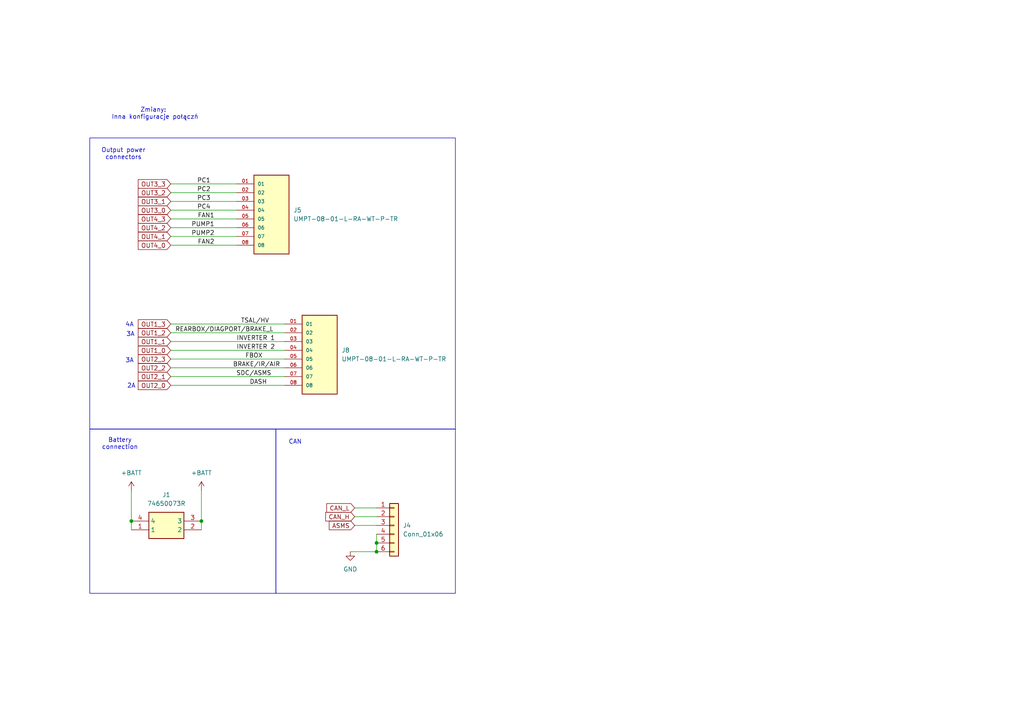
<source format=kicad_sch>
(kicad_sch (version 20231120) (generator "eeschema") (generator_version "8.0")
  (paper "A4")
  (lib_symbols
    (symbol "Connector_Generic:Conn_01x06" (pin_names (offset 1.016) hide)
      (property "Reference" "J" (at 0 7.62 0))
      (property "Value" "Conn_01x06" (at 0 -10.16 0))
      (symbol "Conn_01x06_1_1"
        (rectangle (start -1.27 -7.493) (end 0 -7.747) (stroke (width 0.1524)))
        (rectangle (start -1.27 -4.953) (end 0 -5.207) (stroke (width 0.1524)))
        (rectangle (start -1.27 -2.413) (end 0 -2.667) (stroke (width 0.1524)))
        (rectangle (start -1.27 0.127) (end 0 -0.127) (stroke (width 0.1524)))
        (rectangle (start -1.27 2.667) (end 0 2.413) (stroke (width 0.1524)))
        (rectangle (start -1.27 5.207) (end 0 4.953) (stroke (width 0.1524)))
        (rectangle (start -1.27 6.35) (end 1.27 -8.89) (stroke (width 0.254)) (fill (type background)))
        (pin passive line (at -5.08 5.08 0) (length 3.81) (name "Pin_1") (number "1"))
        (pin passive line (at -5.08 2.54 0) (length 3.81) (name "Pin_2") (number "2"))
        (pin passive line (at -5.08 0 0) (length 3.81) (name "Pin_3") (number "3"))
        (pin passive line (at -5.08 -2.54 0) (length 3.81) (name "Pin_4") (number "4"))
        (pin passive line (at -5.08 -5.08 0) (length 3.81) (name "Pin_5") (number "5"))
        (pin passive line (at -5.08 -7.62 0) (length 3.81) (name "Pin_6") (number "6"))
      )
    )
    (symbol "Redcube_conn:74650073R"
      (property "Reference" "J" (at 16.51 7.62 0))
      (property "Value" "74650073R" (at 16.51 5.08 0))
      (symbol "74650073R_1_1"
        (rectangle (start 5.08 2.54) (end 15.24 -5.08) (stroke (width 0.254)) (fill (type background)))
        (pin passive line (at 0 -2.54 0) (length 5.08) (name "1") (number "1"))
        (pin passive line (at 20.32 -2.54 180) (length 5.08) (name "2") (number "2"))
        (pin passive line (at 20.32 0 180) (length 5.08) (name "3") (number "3"))
        (pin passive line (at 0 0 0) (length 5.08) (name "4") (number "4"))
      )
    )
    (symbol "UMPT-08-01-L-RA-WT-P-TR:UMPT-08-01-L-RA-WT-P-TR" (pin_names (offset 1.016))
      (property "Reference" "J" (at -5.58 12.7 0))
      (property "Value" "UMPT-08-01-L-RA-WT-P-TR" (at -5.08 -12.7 0))
      (symbol "UMPT-08-01-L-RA-WT-P-TR_0_0"
        (rectangle (start -5.08 -10.16) (end 5.08 12.7) (stroke (width 0.254)) (fill (type background)))
        (pin passive line (at -10.16 10.16 0) (length 5.08) (name "01") (number "01"))
        (pin passive line (at -10.16 7.62 0) (length 5.08) (name "02") (number "02"))
        (pin passive line (at -10.16 5.08 0) (length 5.08) (name "03") (number "03"))
        (pin passive line (at -10.16 2.54 0) (length 5.08) (name "04") (number "04"))
        (pin passive line (at -10.16 0 0) (length 5.08) (name "05") (number "05"))
        (pin passive line (at -10.16 -2.54 0) (length 5.08) (name "06") (number "06"))
        (pin passive line (at -10.16 -5.08 0) (length 5.08) (name "07") (number "07"))
        (pin passive line (at -10.16 -7.62 0) (length 5.08) (name "08") (number "08"))
      )
    )
    (symbol "power:+BATT" (power) (pin_names (offset 0))
      (property "Value" "+BATT" (at 0 3.556 0))
      (symbol "+BATT_0_1"
        (polyline (pts (xy -0.762 1.27) (xy 0 2.54)))
        (polyline (pts (xy 0 0) (xy 0 2.54)))
        (polyline (pts (xy 0 2.54) (xy 0.762 1.27)))
      )
      (symbol "+BATT_1_1"
        (pin power_in line (at 0 0 90) (length 0) hide (name "+BATT") (number "1"))
      )
    )
    (symbol "power:GND" (power) (pin_names (offset 0))
      (property "Value" "GND" (at 0 -3.81 0))
      (symbol "GND_0_1"
        (polyline (pts (xy 0 0) (xy 0 -1.27) (xy 1.27 -1.27) (xy 0 -2.54) (xy -1.27 -1.27) (xy 0 -1.27)))
      )
      (symbol "GND_1_1"
        (pin power_in line (at 0 0 270) (length 0) hide (name "GND") (number "1"))
      )
    )
  )
  (junction (at 58.42 151.13))
  (junction (at 109.22 157.48))
  (junction (at 38.1 151.13))
  (junction (at 109.22 160.02))
  (wire (pts (xy 82.55 109.22) (xy 49.53 109.22)))
  (wire (pts (xy 38.1 151.13) (xy 38.1 153.67)))
  (wire (pts (xy 102.87 149.86) (xy 109.22 149.86)))
  (wire (pts (xy 102.87 147.32) (xy 109.22 147.32)))
  (wire (pts (xy 49.53 93.98) (xy 82.55 93.98)))
  (wire (pts (xy 68.58 71.12) (xy 49.53 71.12)))
  (wire (pts (xy 49.53 101.6) (xy 82.55 101.6)))
  (wire (pts (xy 38.1 142.24) (xy 38.1 151.13)))
  (wire (pts (xy 58.42 142.24) (xy 58.42 151.13)))
  (wire (pts (xy 109.22 154.94) (xy 109.22 157.48)))
  (wire (pts (xy 109.22 157.48) (xy 109.22 160.02)))
  (wire (pts (xy 82.55 104.14) (xy 49.53 104.14)))
  (wire (pts (xy 49.53 96.52) (xy 82.55 96.52)))
  (wire (pts (xy 58.42 151.13) (xy 58.42 153.67)))
  (wire (pts (xy 68.58 68.58) (xy 49.53 68.58)))
  (wire (pts (xy 49.53 60.96) (xy 68.58 60.96)))
  (wire (pts (xy 49.53 99.06) (xy 82.55 99.06)))
  (wire (pts (xy 102.87 152.4) (xy 109.22 152.4)))
  (wire (pts (xy 49.53 53.34) (xy 68.58 53.34)))
  (wire (pts (xy 68.58 66.04) (xy 49.53 66.04)))
  (wire (pts (xy 68.58 63.5) (xy 49.53 63.5)))
  (wire (pts (xy 82.55 106.68) (xy 49.53 106.68)))
  (wire (pts (xy 49.53 58.42) (xy 68.58 58.42)))
  (wire (pts (xy 49.53 55.88) (xy 68.58 55.88)))
  (wire (pts (xy 82.55 111.76) (xy 49.53 111.76)))
  (wire (pts (xy 101.6 160.02) (xy 109.22 160.02)))
  (rectangle (start 26.035 124.46) (end 80.01 172.085))
  (rectangle (start 80.01 124.46) (end 132.08 172.085))
  (rectangle (start 26.035 40.005) (end 132.08 124.46))
  (text "3A" (at 37.592 104.648 0) (effects (font (size 1.27 1.27))))
  (text "CAN " (at 86.106 128.27 0) (effects (font (size 1.27 1.27))))
  (text "Battery\nconnection" (at 34.798 128.778 0) (effects (font (size 1.27 1.27))))
  (text "3A\n" (at 37.846 97.028 0) (effects (font (size 1.27 1.27))))
  (text "4A" (at 37.592 94.234 0) (effects (font (size 1.27 1.27))))
  (text "Output power\nconnectors" (at 35.814 44.704 0) (effects (font (size 1.27 1.27))))
  (text "Zmiany: \nInna konfiguracje połączń" (at 44.958 33.02 0) (effects (font (size 1.27 1.27))))
  (text "2A" (at 38.1 112.014 0) (effects (font (size 1.27 1.27))))
  (label "SDC{slash}ASMS" (at 78.74 109.22 180))
  (label "TSAL{slash}HV" (at 69.85 93.98 0))
  (label "REARBOX{slash}DIAGPORT{slash}BRAKE_L" (at 50.8 96.52 0))
  (label "PC4" (at 57.15 60.96 0))
  (label "FAN1" (at 62.23 63.5 180))
  (label "PUMP2" (at 62.23 68.58 180))
  (label "PC1" (at 57.15 53.34 0))
  (label "FAN2" (at 62.23 71.12 180))
  (label "PC2" (at 57.15 55.88 0))
  (label "INVERTER 2" (at 68.58 101.6 0))
  (label "BRAKE{slash}IR{slash}AIR" (at 81.28 106.68 180))
  (label "DASH" (at 77.47 111.76 180))
  (label "PC3" (at 57.15 58.42 0))
  (label "FBOX" (at 76.2 104.14 180))
  (label "PUMP1" (at 62.23 66.04 180))
  (label "INVERTER 1" (at 68.58 99.06 0))
  (global_label "OUT1_1" (shape input) (at 49.53 99.06 180) (property "Intersheetrefs" "${INTERSHEET_REFS}" (effects (hide yes))))
  (global_label "CAN_L" (shape input) (at 102.87 147.32 180) (property "Intersheetrefs" "${INTERSHEET_REFS}" (effects (hide yes))))
  (global_label "ASMS" (shape input) (at 102.87 152.4 180) (property "Intersheetrefs" "${INTERSHEET_REFS}" (effects (hide yes))))
  (global_label "OUT3_0" (shape input) (at 49.53 60.96 180) (property "Intersheetrefs" "${INTERSHEET_REFS}" (effects (hide yes))))
  (global_label "OUT3_3" (shape input) (at 49.53 53.34 180) (property "Intersheetrefs" "${INTERSHEET_REFS}" (effects (hide yes))))
  (global_label "OUT1_3" (shape input) (at 49.53 93.98 180) (property "Intersheetrefs" "${INTERSHEET_REFS}" (effects (hide yes))))
  (global_label "CAN_H" (shape input) (at 102.87 149.86 180) (property "Intersheetrefs" "${INTERSHEET_REFS}" (effects (hide yes))))
  (global_label "OUT2_3" (shape input) (at 49.53 104.14 180) (property "Intersheetrefs" "${INTERSHEET_REFS}" (effects (hide yes))))
  (global_label "OUT3_2" (shape input) (at 49.53 55.88 180) (property "Intersheetrefs" "${INTERSHEET_REFS}" (effects (hide yes))))
  (global_label "OUT1_0" (shape input) (at 49.53 101.6 180) (property "Intersheetrefs" "${INTERSHEET_REFS}" (effects (hide yes))))
  (global_label "OUT4_2" (shape input) (at 49.53 66.04 180) (property "Intersheetrefs" "${INTERSHEET_REFS}" (effects (hide yes))))
  (global_label "OUT4_3" (shape input) (at 49.53 63.5 180) (property "Intersheetrefs" "${INTERSHEET_REFS}" (effects (hide yes))))
  (global_label "OUT4_0" (shape input) (at 49.53 71.12 180) (property "Intersheetrefs" "${INTERSHEET_REFS}" (effects (hide yes))))
  (global_label "OUT4_1" (shape input) (at 49.53 68.58 180) (property "Intersheetrefs" "${INTERSHEET_REFS}" (effects (hide yes))))
  (global_label "OUT2_0" (shape input) (at 49.53 111.76 180) (property "Intersheetrefs" "${INTERSHEET_REFS}" (effects (hide yes))))
  (global_label "OUT3_1" (shape input) (at 49.53 58.42 180) (property "Intersheetrefs" "${INTERSHEET_REFS}" (effects (hide yes))))
  (global_label "OUT1_2" (shape input) (at 49.53 96.52 180) (property "Intersheetrefs" "${INTERSHEET_REFS}" (effects (hide yes))))
  (global_label "OUT2_2" (shape input) (at 49.53 106.68 180) (property "Intersheetrefs" "${INTERSHEET_REFS}" (effects (hide yes))))
  (global_label "OUT2_1" (shape input) (at 49.53 109.22 180) (property "Intersheetrefs" "${INTERSHEET_REFS}" (effects (hide yes))))
  (symbol (lib_id "UMPT-08-01-L-RA-WT-P-TR:UMPT-08-01-L-RA-WT-P-TR") (at 92.71 104.14 0) (unit 1)
    (property "Reference" "J8" (at 99.06 101.5999 0) (effects (justify left)))
    (property "Value" "UMPT-08-01-L-RA-WT-P-TR" (at 99.06 104.1399 0) (effects (justify left)))
    (property "Footprint" "UMPT-08-01-L-RA-WT-P-TR:SAMTEC_UMPT-08-01-L-RA-WT-P-TR" (effects (hide yes)))
    (property "MANUFACTURER" "SAMTEC" (effects (hide yes)))
  )
  (symbol (lib_id "power:+BATT") (at 58.42 142.24 0) (unit 1)
    (property "Reference" "#PWR013" (effects (hide yes)))
    (property "Value" "+BATT" (at 58.42 137.16 0))
  )
  (symbol (lib_id "Redcube_conn:74650073R") (at 38.1 151.13 0) (unit 1)
    (property "Reference" "J1" (at 48.26 143.51 0))
    (property "Value" "74650073R" (at 48.26 146.05 0))
    (property "Footprint" "74650073R" (effects (hide yes)))
    (property "Datasheet" "https://componentsearchengine.com/Datasheets/1/74650073R.pdf" (effects (hide yes)))
    (property "Description" "Wurth Elektronik REDCUBE 4 Pin Power Element, 50A, M3, Vertical" (effects (hide yes)))
    (property "Height" "3" (effects (hide yes)))
    (property "Mouser Part Number" "710-74650073R" (effects (hide yes)))
    (property "Mouser Price/Stock" "https://www.mouser.co.uk/ProductDetail/Wurth-Elektronik/74650073R?qs=lBTPRtX1sU%252B0nZldejGWIA%3D%3D" (effects (hide yes)))
    (property "Manufacturer_Name" "Wurth Elektronik" (effects (hide yes)))
    (property "Manufacturer_Part_Number" "74650073R" (effects (hide yes)))
  )
  (symbol (lib_id "power:+BATT") (at 38.1 142.24 0) (unit 1)
    (property "Reference" "#PWR012" (effects (hide yes)))
    (property "Value" "+BATT" (at 38.1 137.16 0))
  )
  (symbol (lib_id "Connector_Generic:Conn_01x06") (at 114.3 152.4 0) (unit 1)
    (property "Reference" "J4" (at 116.84 152.4 0) (effects (justify left)))
    (property "Value" "Conn_01x06" (at 116.84 154.94 0) (effects (justify left)))
    (property "Footprint" "Connector_IDC:IDC-Header_2x03_P2.54mm_Vertical" (effects (hide yes)))
  )
  (symbol (lib_id "UMPT-08-01-L-RA-WT-P-TR:UMPT-08-01-L-RA-WT-P-TR") (at 78.74 63.5 0) (unit 1)
    (property "Reference" "J5" (at 85.09 60.9599 0) (effects (justify left)))
    (property "Value" "UMPT-08-01-L-RA-WT-P-TR" (at 85.09 63.4999 0) (effects (justify left)))
    (property "Footprint" "UMPT-08-01-L-RA-WT-P-TR:SAMTEC_UMPT-08-01-L-RA-WT-P-TR" (effects (hide yes)))
    (property "MANUFACTURER" "SAMTEC" (effects (hide yes)))
  )
  (symbol (lib_id "power:GND") (at 101.6 160.02 0) (unit 1)
    (property "Reference" "#PWR014" (effects (hide yes)))
    (property "Value" "GND" (at 101.6 165.1 0))
  )
)
</source>
